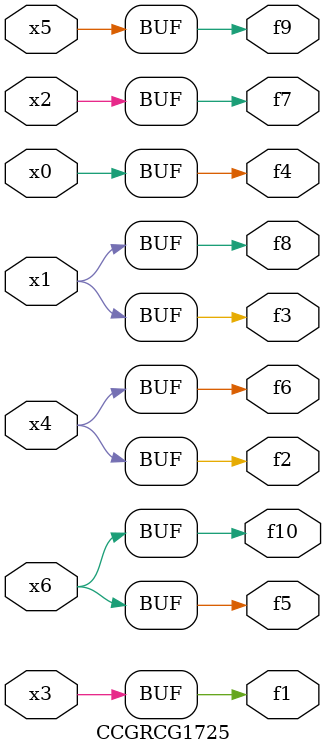
<source format=v>
module CCGRCG1725(
	input x0, x1, x2, x3, x4, x5, x6,
	output f1, f2, f3, f4, f5, f6, f7, f8, f9, f10
);
	assign f1 = x3;
	assign f2 = x4;
	assign f3 = x1;
	assign f4 = x0;
	assign f5 = x6;
	assign f6 = x4;
	assign f7 = x2;
	assign f8 = x1;
	assign f9 = x5;
	assign f10 = x6;
endmodule

</source>
